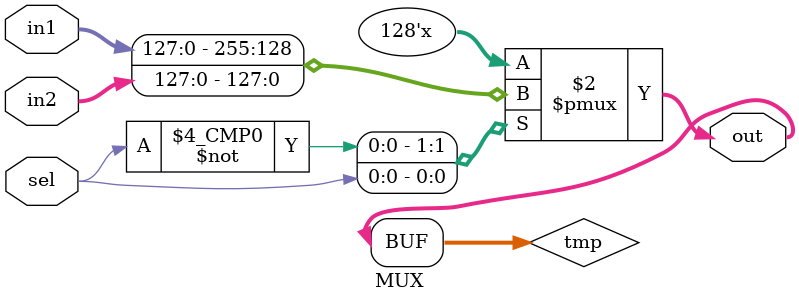
<source format=v>
`timescale 1ns / 1ps

module MUX(
    input [127:0] in1, // pre-round
    input [127:0] in2, // round-key
    input sel, // 0 for pre to round, 1 for round to round
    output [127:0] out
    );
    
    reg [127:0] tmp;
    
    always @ (in1, in2, sel)
    begin
        case(sel)
         1'b0 : tmp = in1;
         1'b1 : tmp = in2;
        endcase
    end
    
    
    assign out = tmp;
    
endmodule

</source>
